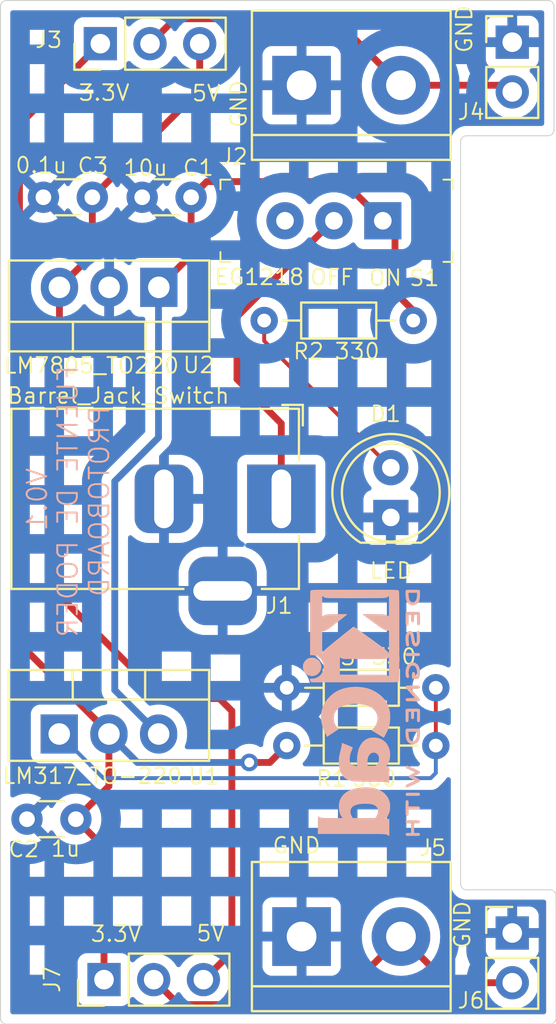
<source format=kicad_pcb>
(kicad_pcb (version 20240108) (generator "pcbnew") (generator_version "8.0")
  (title_block (title "Fuente de Poder para protoboard") (date "2025-02-16") (rev "1") (company "Giancarlo Torlone"))
  (layers (0 "F.Cu" signal) (31 "B.Cu" signal) (34 "B.Paste" user) (35 "F.Paste" user) (36 "B.SilkS" user "B.Silkscreen") (37 "F.SilkS" user "F.Silkscreen") (38 "B.Mask" user) (39 "F.Mask" user) (44 "Edge.Cuts" user))
  (net 0 "")
  (net 1 "/12V")
  (net 2 "GND")
  (net 3 "/3.3V")
  (net 4 "/5V")
  (net 5 "Net-(D1-A)")
  (net 6 "/PWR_input")
  (net 7 "/PWR_OUT_TOP")
  (net 8 "Net-(U1-ADJ)")
  (net 10 "/PWR_OUT_BOT")
  (footprint "TerminalBlock:TerminalBlock_bornier-2_P5.08mm" (layer "F.Cu") (at 117.1448 122.682)
    (property "Reference" "J5" (at 6.7052 -4.532 0) (layer "F.SilkS") (effects (font (size 0.8 0.8) (thickness 0.1) (bold yes))))
    (property "Value" "Screw_Terminal_01x02" (hide yes))
    (pad "1" thru_hole rect (at 0 0) (size 3 3) (drill 1.52) (layers "*.Cu" "*.Mask") (net 2 "GND"))
    (pad "2" thru_hole circle (at 5.08 0) (size 3 3) (drill 1.52) (layers "*.Cu" "*.Mask") (net 10 "/PWR_OUT_BOT"))
  )
  (footprint "Capacitor_THT:C_Disc_D3.0mm_W1.6mm_P2.50mm" (layer "F.Cu") (at 106.4464 84.927695 180)
    (property "Reference" "C3" (at -0.0304 1.607191 0) (layer "F.SilkS") (effects (font (size 0.8 0.8) (thickness 0.1) (bold yes))))
    (property "Value" "0.1u" (at 2.6112 1.632591 0) (layer "F.SilkS") (effects (font (size 0.8 0.8) (thickness 0.1) (bold yes))))
    (pad "1" thru_hole circle (at 0 0 180) (size 1.6 1.6) (drill 0.8) (layers "*.Cu" "*.Mask") (net 4 "/5V"))
    (pad "2" thru_hole circle (at 2.5 0 180) (size 1.6 1.6) (drill 0.8) (layers "*.Cu" "*.Mask") (net 2 "GND"))
  )
  (footprint "Capacitor_THT:C_Disc_D3.0mm_W1.6mm_P2.50mm" (layer "F.Cu") (at 105.6064 116.687695 180)
    (property "Reference" "C2" (at 2.6602 -1.532409 0) (layer "F.SilkS") (effects (font (size 0.8 0.8) (thickness 0.1) (bold yes))))
    (property "Value" "1u" (at 0.5266 -1.507009 0) (layer "F.SilkS") (effects (font (size 0.8 0.8) (thickness 0.1) (bold yes))))
    (pad "1" thru_hole circle (at 0 0 180) (size 1.6 1.6) (drill 0.8) (layers "*.Cu" "*.Mask") (net 3 "/3.3V"))
    (pad "2" thru_hole circle (at 2.5 0 180) (size 1.6 1.6) (drill 0.8) (layers "*.Cu" "*.Mask") (net 2 "GND"))
  )
  (footprint "LED_THT:LED_D5.0mm" (layer "F.Cu") (at 121.7064 101.277695 90)
    (property "Reference" "D1" (at 5.282591 -0.269 0) (layer "F.SilkS") (effects (font (size 0.8 0.8) (thickness 0.1) (bold yes))))
    (property "Value" "LED" (at -2.718409 0.0104 0) (layer "F.SilkS") (effects (font (size 0.8 0.8) (thickness 0.1))))
    (pad "1" thru_hole rect (at 0 0 90) (size 1.8 1.8) (drill 0.9) (layers "*.Cu" "*.Mask") (net 2 "GND"))
    (pad "2" thru_hole circle (at 2.54 0 90) (size 1.8 1.8) (drill 0.9) (layers "*.Cu" "*.Mask") (net 5 "Net-(D1-A)"))
  )
  (footprint "Connector_PinHeader_2.54mm:PinHeader_1x02_P2.54mm_Vertical" (layer "F.Cu") (at 127.9144 77.0078)
    (property "Reference" "J4" (at -2.1034 3.564105 0) (layer "F.SilkS") (effects (font (size 0.8 0.8) (thickness 0.1) (bold yes))))
    (property "Value" "Conn_01x02_Pin" (hide yes))
    (pad "1" thru_hole rect (at 0 0) (size 1.7 1.7) (drill 1) (layers "*.Cu" "*.Mask") (net 2 "GND"))
    (pad "2" thru_hole oval (at 0 2.54) (size 1.7 1.7) (drill 1) (layers "*.Cu" "*.Mask") (net 7 "/PWR_OUT_TOP"))
  )
  (footprint "digikey-footprints:Switch_Slide_11.6x4mm_EG1218" (layer "F.Cu") (at 121.2964 86.127695 180)
    (property "Reference" "S1" (at -2.1222 -2.924705 0) (layer "F.SilkS") (effects (font (size 0.8 0.8) (thickness 0.1) (bold yes))))
    (property "Value" "EG1218" (at 6.3106 -2.873905 0) (layer "F.SilkS") (effects (font (size 0.8 0.8) (thickness 0.1) (bold yes))))
    (pad "1" thru_hole rect (at 0 0 180) (size 1.9 1.9) (drill 0.9) (layers "*.Cu" "*.Mask") (net 1 "/12V"))
    (pad "2" thru_hole circle (at 2.5 0 180) (size 1.9 1.9) (drill 0.9) (layers "*.Cu" "*.Mask") (net 6 "/PWR_input"))
    (pad "3" thru_hole circle (at 5 0 180) (size 1.9 1.9) (drill 0.9) (layers "*.Cu" "*.Mask"))
  )
  (footprint "Capacitor_THT:C_Disc_D3.0mm_W1.6mm_P2.50mm" (layer "F.Cu") (at 111.4964 84.927695 180)
    (property "Reference" "C1" (at -0.3652 1.505591 0) (layer "F.SilkS") (effects (font (size 0.8 0.8) (thickness 0.1) (bold yes))))
    (property "Value" "10u" (at 2.3272 1.505591 0) (layer "F.SilkS") (effects (font (size 0.8 0.8) (thickness 0.1) (bold yes))))
    (pad "1" thru_hole circle (at 0 0 180) (size 1.6 1.6) (drill 0.8) (layers "*.Cu" "*.Mask") (net 1 "/12V"))
    (pad "2" thru_hole circle (at 2.5 0 180) (size 1.6 1.6) (drill 0.8) (layers "*.Cu" "*.Mask") (net 2 "GND"))
  )
  (footprint "Resistor_THT:R_Axial_DIN0204_L3.6mm_D1.6mm_P7.62mm_Horizontal" (layer "F.Cu") (at 122.8524 91.223695 180)
    (property "Reference" "R2" (at 5.352 -1.571009 0) (layer "F.SilkS") (effects (font (size 0.8 0.8) (thickness 0.1) (bold yes))))
    (property "Value" "330" (at 2.8628 -1.571009 0) (layer "F.SilkS") (effects (font (size 0.8 0.8) (thickness 0.1) (bold yes))))
    (pad "1" thru_hole circle (at 0 0 180) (size 1.4 1.4) (drill 0.7) (layers "*.Cu" "*.Mask") (net 1 "/12V"))
    (pad "2" thru_hole oval (at 7.62 0 180) (size 1.4 1.4) (drill 0.7) (layers "*.Cu" "*.Mask") (net 5 "Net-(D1-A)"))
  )
  (footprint "Connector_PinHeader_2.54mm:PinHeader_1x03_P2.54mm_Vertical" (layer "F.Cu") (at 107.0444 124.882 90)
    (property "Reference" "J7" (at 0.019391 -2.6504 90) (layer "F.SilkS") (effects (font (size 0.8 0.8) (thickness 0.1) (bold yes))))
    (property "Value" "Conn_01x03_Pin" (hide yes))
    (pad "1" thru_hole rect (at 0 0 90) (size 1.7 1.7) (drill 1) (layers "*.Cu" "*.Mask") (net 3 "/3.3V"))
    (pad "2" thru_hole oval (at 0 2.54 90) (size 1.7 1.7) (drill 1) (layers "*.Cu" "*.Mask") (net 10 "/PWR_OUT_BOT"))
    (pad "3" thru_hole oval (at 0 5.08 90) (size 1.7 1.7) (drill 1) (layers "*.Cu" "*.Mask") (net 4 "/5V"))
  )
  (footprint "Connector_PinHeader_2.54mm:PinHeader_1x03_P2.54mm_Vertical" (layer "F.Cu") (at 106.8564 77.085695 90)
    (property "Reference" "J3" (at 0.191391 -2.6402 0) (layer "F.SilkS") (effects (font (size 0.8 0.8) (thickness 0.1))))
    (property "Value" "Conn_01x03_Pin" (hide yes))
    (pad "1" thru_hole rect (at 0 0 90) (size 1.7 1.7) (drill 1) (layers "*.Cu" "*.Mask") (net 3 "/3.3V"))
    (pad "2" thru_hole oval (at 0 2.54 90) (size 1.7 1.7) (drill 1) (layers "*.Cu" "*.Mask") (net 7 "/PWR_OUT_TOP"))
    (pad "3" thru_hole oval (at 0 5.08 90) (size 1.7 1.7) (drill 1) (layers "*.Cu" "*.Mask") (net 4 "/5V"))
  )
  (footprint "Connector_PinHeader_2.54mm:PinHeader_1x02_P2.54mm_Vertical" (layer "F.Cu") (at 127.9144 122.5)
    (property "Reference" "J6" (at -2.1082 3.445896 0) (layer "F.SilkS") (effects (font (size 0.8 0.8) (thickness 0.1) (bold yes))))
    (property "Value" "Conn_01x02_Pin" (hide yes))
    (pad "1" thru_hole rect (at 0 0) (size 1.7 1.7) (drill 1) (layers "*.Cu" "*.Mask") (net 2 "GND"))
    (pad "2" thru_hole oval (at 0 2.54) (size 1.7 1.7) (drill 1) (layers "*.Cu" "*.Mask") (net 10 "/PWR_OUT_BOT"))
  )
  (footprint "Resistor_THT:R_Axial_DIN0204_L3.6mm_D1.6mm_P7.62mm_Horizontal" (layer "F.Cu") (at 116.3864 112.927695)
    (property "Reference" "R1" (at 2.2824 1.685609 0) (layer "F.SilkS") (effects (font (size 0.8 0.8) (thickness 0.1) (bold yes))))
    (property "Value" "330" (at 5.4828 -4.537391 0) (layer "F.SilkS") (effects (font (size 0.8 0.8) (thickness 0.1) (bold yes))))
    (pad "1" thru_hole circle (at 0 0) (size 1.4 1.4) (drill 0.7) (layers "*.Cu" "*.Mask") (net 3 "/3.3V"))
    (pad "2" thru_hole oval (at 7.62 0) (size 1.4 1.4) (drill 0.7) (layers "*.Cu" "*.Mask") (net 8 "Net-(U1-ADJ)"))
  )
  (footprint "Connector_BarrelJack:BarrelJack_Horizontal" (layer "F.Cu") (at 116.109 100.33)
    (property "Reference" "J1" (at -0.1046 5.457809 0) (layer "F.SilkS") (effects (font (size 0.8 0.8) (thickness 0.1) (bold yes))))
    (property "Value" "Barrel_Jack_Switch" (at -8.3342 -5.269495 0) (layer "F.SilkS") (effects (font (size 0.8 0.8) (thickness 0.1) (bold yes))))
    (pad "1" thru_hole rect (at 0 0) (size 3.5 3.5) (drill oval 1 3) (layers "*.Cu" "*.Mask") (net 6 "/PWR_input"))
    (pad "2" thru_hole roundrect (at -6 0) (size 3 3.5) (drill oval 1 3) (layers "*.Cu" "*.Mask") (net 2 "GND"))
    (pad "3" thru_hole roundrect (at -3 4.7) (size 3.5 3.5) (drill oval 3 1) (layers "*.Cu" "*.Mask") (net 2 "GND"))
  )
  (footprint "Resistor_THT:R_Axial_DIN0204_L3.6mm_D1.6mm_P7.62mm_Horizontal" (layer "F.Cu") (at 124.0064 109.977695 180)
    (property "Reference" "R3" (at 4.8804 1.561991 0) (layer "F.SilkS") (effects (font (size 0.8 0.8) (thickness 0.1) (bold yes))))
    (property "Value" "560" (at 3.1532 -4.635609 0) (layer "F.SilkS") (effects (font (size 0.8 0.8) (thickness 0.1) (bold yes))))
    (pad "1" thru_hole circle (at 0 0 180) (size 1.4 1.4) (drill 0.7) (layers "*.Cu" "*.Mask") (net 8 "Net-(U1-ADJ)"))
    (pad "2" thru_hole oval (at 7.62 0 180) (size 1.4 1.4) (drill 0.7) (layers "*.Cu" "*.Mask") (net 2 "GND"))
  )
  (footprint "Package_TO_SOT_THT:TO-220-3_Vertical" (layer "F.Cu") (at 104.7564 112.337695)
    (property "Reference" "U1" (at 7.3846 2.165505 0) (layer "F.SilkS") (effects (font (size 0.8 0.8) (thickness 0.1) (bold yes))))
    (property "Value" "LM317_TO-220" (at 1.695 2.140105 0) (layer "F.SilkS") (effects (font (size 0.8 0.8) (thickness 0.1) (bold yes))))
    (pad "1" thru_hole rect (at 0 0) (size 1.905 2) (drill 1.1) (layers "*.Cu" "*.Mask") (net 8 "Net-(U1-ADJ)"))
    (pad "2" thru_hole oval (at 2.54 0) (size 1.905 2) (drill 1.1) (layers "*.Cu" "*.Mask") (net 3 "/3.3V"))
    (pad "3" thru_hole oval (at 5.08 0) (size 1.905 2) (drill 1.1) (layers "*.Cu" "*.Mask") (net 1 "/12V"))
  )
  (footprint "TerminalBlock:TerminalBlock_bornier-2_P5.08mm" (layer "F.Cu") (at 117.1448 79.2078)
    (property "Reference" "J2" (at -3.4448 3.6422 0) (layer "F.SilkS") (effects (font (size 0.8 0.8) (thickness 0.1) (bold yes))))
    (property "Value" "Screw_Terminal_01x02" (hide yes))
    (pad "1" thru_hole rect (at 0 0) (size 3 3) (drill 1.52) (layers "*.Cu" "*.Mask") (net 2 "GND"))
    (pad "2" thru_hole circle (at 5.08 0) (size 3 3) (drill 1.52) (layers "*.Cu" "*.Mask") (net 7 "/PWR_OUT_TOP"))
  )
  (footprint "Package_TO_SOT_THT:TO-220-3_Vertical" (layer "F.Cu") (at 109.8464 89.527695 180)
    (property "Reference" "U2" (at -2.0406 -3.969705 0) (layer "F.SilkS") (effects (font (size 0.8 0.8) (thickness 0.1) (bold yes))))
    (property "Value" "LM7805_TO220" (at 3.4458 -3.995105 0) (layer "F.SilkS") (effects (font (size 0.8 0.8) (thickness 0.1) (bold yes))))
    (pad "1" thru_hole rect (at 0 0 180) (size 1.905 2) (drill 1.1) (layers "*.Cu" "*.Mask") (net 1 "/12V"))
    (pad "2" thru_hole oval (at 2.54 0 180) (size 1.905 2) (drill 1.1) (layers "*.Cu" "*.Mask") (net 2 "GND"))
    (pad "3" thru_hole oval (at 5.08 0 180) (size 1.905 2) (drill 1.1) (layers "*.Cu" "*.Mask") (net 4 "/5V"))
  )
  (footprint "Symbol:KiCad-Logo2_5mm_SilkScreen" (layer "B.Cu") (at 120.1928 111.252 -90)
    (property "Reference" "REF**" (hide yes))
    (property "Value" "KiCad-Logo2_5mm_SilkScreen" (hide yes))
  )
  (gr_arc (start 130.048 81.4832) (mid 129.958726 81.698726) (end 129.7432 81.788) (stroke (width 0.05)) (layer "Edge.Cuts"))
  (gr_line (start 125.2728 115.316) (end 125.2728 83.4644) (stroke (width 0.05)) (layer "Edge.Cuts"))
  (gr_arc (start 129.7432 74.8792) (mid 129.958726 74.968474) (end 130.048 75.184) (stroke (width 0.05)) (layer "Edge.Cuts"))
  (gr_arc (start 102.0572 127.1524) (mid 101.841674 127.063126) (end 101.7524 126.8476) (stroke (width 0.05)) (layer "Edge.Cuts"))
  (gr_line (start 125.5776 81.788) (end 129.7432 81.788) (stroke (width 0.05)) (layer "Edge.Cuts"))
  (gr_line (start 130.1496 126.8476) (end 130.1496 120.5992) (stroke (width 0.05)) (layer "Edge.Cuts"))
  (gr_arc (start 125.5776 120.2944) (mid 125.362074 120.205126) (end 125.2728 119.9896) (stroke (width 0.05)) (layer "Edge.Cuts"))
  (gr_line (start 102.0572 127.1524) (end 129.54 127.1524) (stroke (width 0.05)) (layer "Edge.Cuts"))
  (gr_line (start 101.7524 75.8952) (end 101.7524 126.8476) (stroke (width 0.05)) (layer "Edge.Cuts"))
  (gr_line (start 125.2728 119.9896) (end 125.2728 115.316) (stroke (width 0.05)) (layer "Edge.Cuts"))
  (gr_line (start 129.8448 120.2944) (end 125.5776 120.2944) (stroke (width 0.05)) (layer "Edge.Cuts"))
  (gr_line (start 101.7524 75.184) (end 101.7524 75.8952) (stroke (width 0.05)) (layer "Edge.Cuts"))
  (gr_line (start 129.5908 74.8792) (end 129.4892 74.8792) (stroke (width 0.05)) (layer "Edge.Cuts"))
  (gr_line (start 130.048 81.4832) (end 130.048 75.184) (stroke (width 0.05)) (layer "Edge.Cuts"))
  (gr_line (start 129.54 127.1524) (end 129.8448 127.1524) (stroke (width 0.05)) (layer "Edge.Cuts"))
  (gr_arc (start 101.7524 75.184) (mid 101.841674 74.968474) (end 102.0572 74.8792) (stroke (width 0.05)) (layer "Edge.Cuts"))
  (gr_line (start 129.4892 74.8792) (end 102.0572 74.8792) (stroke (width 0.05)) (layer "Edge.Cuts"))
  (gr_line (start 129.7432 74.8792) (end 129.5908 74.8792) (stroke (width 0.05)) (layer "Edge.Cuts"))
  (gr_arc (start 125.2728 82.0928) (mid 125.362074 81.877274) (end 125.5776 81.788) (stroke (width 0.05)) (layer "Edge.Cuts"))
  (gr_line (start 125.2728 83.4644) (end 125.2728 82.0928) (stroke (width 0.05)) (layer "Edge.Cuts"))
  (gr_arc (start 130.1496 126.8476) (mid 130.060326 127.063126) (end 129.8448 127.1524) (stroke (width 0.05)) (layer "Edge.Cuts"))
  (gr_arc (start 129.8448 120.2944) (mid 130.060326 120.383674) (end 130.1496 120.5992) (stroke (width 0.05)) (layer "Edge.Cuts"))
  (gr_text "V0.1" (at 104.2162 98.679 90) (layer "B.SilkS") (effects (font (size 1 1) (thickness 0.1)) (justify left bottom mirror)))
  (gr_text "FUENTE DE PODER\nPROTOBOARD" (at 107.3912 100.457 90) (layer "B.SilkS") (effects (font (size 1 1) (thickness 0.1)) (justify bottom mirror)))
  (gr_text "ON" (at 120.523 89.5096 0) (layer "F.SilkS") (effects (font (size 0.8 0.8) (thickness 0.1)) (justify left bottom)))
  (gr_text "GND" (at 115.6 118.5 0) (layer "F.SilkS") (effects (font (size 0.8 0.8) (thickness 0.1)) (justify left bottom)))
  (gr_text "GND" (at 125.9332 77.6224 90) (layer "F.SilkS") (effects (font (size 0.8 0.8) (thickness 0.1)) (justify left bottom)))
  (gr_text "GND" (at 114.4 81.45 90) (layer "F.SilkS") (effects (font (size 0.8 0.8) (thickness 0.1)) (justify left bottom)))
  (gr_text "OFF" (at 117.5258 89.4842 0) (layer "F.SilkS") (effects (font (size 0.8 0.8) (thickness 0.1)) (justify left bottom)))
  (gr_text "GND" (at 125.8316 123.3678 90) (layer "F.SilkS") (effects (font (size 0.8 0.8) (thickness 0.1)) (justify left bottom)))
  (gr_text "5V" (at 111.7092 122.9868 0) (layer "F.SilkS") (effects (font (size 0.8 0.8) (thickness 0.1)) (justify left bottom)))
  (gr_text "3.3V" (at 105.6894 80.0608 0) (layer "F.SilkS") (effects (font (size 0.8 0.8) (thickness 0.1)) (justify left bottom)))
  (gr_text "5V" (at 111.4806 80.0862 0) (layer "F.SilkS") (effects (font (size 0.8 0.8) (thickness 0.1)) (justify left bottom)))
  (gr_text "3.3V" (at 106.299 123.0122 0) (layer "F.SilkS") (effects (font (size 0.8 0.8) (thickness 0.1)) (justify left bottom)))
  (segment (start 121.92 89.783295) (end 123.3604 91.223695) (width 0.35) (layer "F.Cu") (net 1))
  (segment (start 119.296401 84.127696) (end 121.2964 86.127695) (width 0.35) (layer "F.Cu") (net 1))
  (segment (start 121.92 86.751295) (end 121.92 89.783295) (width 0.35) (layer "F.Cu") (net 1))
  (segment (start 121.2964 86.127695) (end 121.92 86.751295) (width 0.35) (layer "F.Cu") (net 1))
  (segment (start 111.4964 84.927695) (end 111.4964 87.877695) (width 0.35) (layer "F.Cu") (net 1))
  (segment (start 112.296399 84.127696) (end 119.296401 84.127696) (width 0.35) (layer "F.Cu") (net 1))
  (segment (start 111.4964 84.927695) (end 112.296399 84.127696) (width 0.35) (layer "F.Cu") (net 1))
  (segment (start 111.4964 87.877695) (end 109.8464 89.527695) (width 0.35) (layer "F.Cu") (net 1))
  (segment (start 109.8296 97.197698) (end 107.5944 99.432898) (width 0.35) (layer "B.Cu") (net 1))
  (segment (start 109.8296 89.544495) (end 109.8296 97.197698) (width 0.35) (layer "B.Cu") (net 1))
  (segment (start 109.8464 89.527695) (end 109.8296 89.544495) (width 0.35) (layer "B.Cu") (net 1))
  (segment (start 107.5944 99.432898) (end 107.5944 110.095695) (width 0.35) (layer "B.Cu") (net 1))
  (segment (start 107.5944 110.095695) (end 109.8364 112.337695) (width 0.35) (layer "B.Cu") (net 1))
  (segment (start 107.2964 112.290195) (end 102.7214 107.715195) (width 0.35) (layer "F.Cu") (net 3))
  (segment (start 107.0444 118.125695) (end 105.6064 116.687695) (width 0.35) (layer "F.Cu") (net 3))
  (segment (start 102.7214 81.220695) (end 106.8564 77.085695) (width 0.35) (layer "F.Cu") (net 3))
  (segment (start 105.6064 116.687695) (end 107.2964 114.997695) (width 0.35) (layer "F.Cu") (net 3))
  (segment (start 107.0444 124.919695) (end 107.0444 118.125695) (width 0.35) (layer "F.Cu") (net 3))
  (segment (start 114.4704 113.791695) (end 115.5224 113.791695) (width 0.35) (layer "F.Cu") (net 3))
  (segment (start 115.5224 113.791695) (end 116.3864 112.927695) (width 0.35) (layer "F.Cu") (net 3))
  (segment (start 107.2964 112.337695) (end 107.2964 112.290195) (width 0.35) (layer "F.Cu") (net 3))
  (segment (start 102.7214 107.715195) (end 102.7214 81.220695) (width 0.35) (layer "F.Cu") (net 3))
  (segment (start 107.2964 114.997695) (end 107.2964 112.337695) (width 0.35) (layer "F.Cu") (net 3))
  (via (at 114.4704 113.791695) (size 0.9) (drill 0.5) (layers "F.Cu" "B.Cu") (net 3))
  (segment (start 107.2964 112.337695) (end 108.7504 113.791695) (width 0.35) (layer "B.Cu") (net 3))
  (segment (start 108.7504 113.791695) (end 114.4704 113.791695) (width 0.35) (layer "B.Cu") (net 3))
  (segment (start 111.9364 79.437695) (end 106.4464 84.927695) (width 0.35) (layer "F.Cu") (net 4))
  (segment (start 104.7664 89.527695) (end 104.7664 105.272116) (width 0.35) (layer "F.Cu") (net 4))
  (segment (start 113.5814 123.462695) (end 112.1244 124.919695) (width 0.35) (layer "F.Cu") (net 4))
  (segment (start 106.4464 87.847695) (end 104.7664 89.527695) (width 0.35) (layer "F.Cu") (net 4))
  (segment (start 112.9464 110.527695) (end 113.5814 111.162695) (width 0.35) (layer "F.Cu") (net 4))
  (segment (start 110.021979 110.527695) (end 112.9464 110.527695) (width 0.35) (layer "F.Cu") (net 4))
  (segment (start 111.9364 76.837695) (end 111.9364 79.437695) (width 0.35) (layer "F.Cu") (net 4))
  (segment (start 104.7664 105.272116) (end 110.021979 110.527695) (width 0.35) (layer "F.Cu") (net 4))
  (segment (start 113.5814 111.162695) (end 113.5814 123.462695) (width 0.35) (layer "F.Cu") (net 4))
  (segment (start 106.4464 84.927695) (end 106.4464 87.847695) (width 0.35) (layer "F.Cu") (net 4))
  (segment (start 115.2324 91.223695) (end 115.2324 92.263695) (width 0.2) (layer "F.Cu") (net 5))
  (segment (start 115.2324 92.263695) (end 121.7064 98.737695) (width 0.2) (layer "F.Cu") (net 5))
  (segment (start 113.8428 91.022304) (end 113.8428 94.217104) (width 0.35) (layer "F.Cu") (net 6))
  (segment (start 118.737409 86.127695) (end 113.8428 91.022304) (width 0.35) (layer "F.Cu") (net 6))
  (segment (start 113.8428 94.217104) (end 116.1064 96.480704) (width 0.35) (layer "F.Cu") (net 6))
  (segment (start 116.1064 96.480704) (end 116.1064 100.087695) (width 0.35) (layer "F.Cu") (net 6))
  (segment (start 118.7964 86.127695) (end 118.737409 86.127695) (width 0.35) (layer "F.Cu") (net 6))
  (segment (start 122.2248 79.2078) (end 127.5744 79.2078) (width 0.35) (layer "F.Cu") (net 7))
  (segment (start 118.827695 75.810695) (end 122.2248 79.2078) (width 0.35) (layer "F.Cu") (net 7))
  (segment (start 110.6714 75.810695) (end 118.827695 75.810695) (width 0.35) (layer "F.Cu") (net 7))
  (segment (start 127.5744 79.2078) (end 127.9144 79.5478) (width 0.35) (layer "F.Cu") (net 7))
  (segment (start 127.3164 79.285695) (end 127.6564 79.625695) (width 0.35) (layer "F.Cu") (net 7))
  (segment (start 109.3964 77.085695) (end 110.6714 75.810695) (width 0.35) (layer "F.Cu") (net 7))
  (segment (start 124.0064 109.977695) (end 124.0064 112.927695) (width 0.2) (layer "F.Cu") (net 8))
  (segment (start 107.0104 114.591695) (end 123.7414 114.591695) (width 0.2) (layer "B.Cu") (net 8))
  (segment (start 123.7414 114.591695) (end 124.0064 114.326695) (width 0.2) (layer "B.Cu") (net 8))
  (segment (start 124.0064 114.326695) (end 124.0064 112.927695) (width 0.2) (layer "B.Cu") (net 8))
  (segment (start 104.7564 112.337695) (end 107.0104 114.591695) (width 0.2) (layer "B.Cu") (net 8))
  (segment (start 124.5828 125.04) (end 122.2248 122.682) (width 0.35) (layer "F.Cu") (net 10))
  (segment (start 109.5844 124.882) (end 110.8594 126.157) (width 0.35) (layer "F.Cu") (net 10))
  (segment (start 127.9144 125.04) (end 124.5828 125.04) (width 0.35) (layer "F.Cu") (net 10))
  (segment (start 110.8594 126.157) (end 118.7498 126.157) (width 0.35) (layer "F.Cu") (net 10))
  (segment (start 118.7498 126.157) (end 122.2248 122.682) (width 0.35) (layer "F.Cu") (net 10))
  (zone (net 2) (net_name "GND") (layer "B.Cu") (connect_pads (clearance 0.5)) (min_thickness 0.25) (fill yes (mode hatch) (thermal_gap 0.5) (thermal_bridge_width 0.5) (hatch_thickness 1) (hatch_gap 1.5) (hatch_orientation 0) (hatch_border_algorithm hatch_thickness) (hatch_min_hole_area 0.3))
    (polygon (pts (xy 101.9556 74.9808) (xy 101.8032 75.184) (xy 101.8032 126.8984) (xy 102.0064 127.1016) (xy 129.54 127.1016) (xy 129.6924 126.9492) (xy 129.6924 120.8024) (xy 129.54 120.65) (xy 125.2728 120.65) (xy 125.1712 120.4976) (xy 125.1712 81.4324) (xy 125.3744 81.3308) (xy 125.73 81.3816) (xy 129.5908 81.3816) (xy 129.6924 81.28) (xy 129.7432 81.026) (xy 129.7432 75.0824) (xy 129.54 74.93) (xy 125.3236 74.93)))
  )
)
</source>
